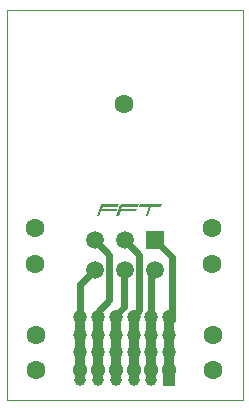
<source format=gtl>
G04 Layer_Physical_Order=1*
G04 Layer_Color=255*
%FSLAX42Y42*%
%MOMM*%
G71*
G01*
G75*
%ADD10C,1.00*%
%ADD11R,1.00X1.00*%
%ADD12C,0.60*%
%ADD13R,0.90X5.56*%
%ADD14C,0.10*%
%ADD15C,1.60*%
%ADD16R,1.50X1.50*%
%ADD17C,1.50*%
%ADD18C,1.20*%
%ADD19C,1.30*%
G36*
X946Y1634D02*
X813D01*
X806Y1614D01*
X939D01*
X932Y1593D01*
X799D01*
X785Y1552D01*
X765D01*
X796Y1644D01*
X796Y1646D01*
X797Y1647D01*
X798Y1648D01*
X799Y1649D01*
X800Y1650D01*
X800Y1651D01*
X801Y1651D01*
X801Y1651D01*
X803Y1653D01*
X804Y1653D01*
X806Y1654D01*
X807Y1654D01*
X808Y1654D01*
X809Y1655D01*
X953D01*
X946Y1634D01*
D02*
G37*
G36*
X1112D02*
X979D01*
X972Y1614D01*
X1105D01*
X1098Y1593D01*
X965D01*
X951Y1552D01*
X931D01*
X962Y1644D01*
X962Y1646D01*
X963Y1647D01*
X964Y1648D01*
X965Y1649D01*
X966Y1650D01*
X967Y1651D01*
X967Y1651D01*
X967Y1651D01*
X969Y1653D01*
X970Y1653D01*
X972Y1654D01*
X973Y1654D01*
X974Y1654D01*
X975Y1655D01*
X1119D01*
X1112Y1634D01*
D02*
G37*
G36*
X1308D02*
X1227D01*
X1199Y1552D01*
X1178D01*
X1206Y1634D01*
X1124D01*
X1131Y1655D01*
X1315D01*
X1308Y1634D01*
D02*
G37*
D10*
X1075Y170D02*
D03*
X925Y170D02*
D03*
X775Y170D02*
D03*
X625Y170D02*
D03*
X1225Y170D02*
D03*
D11*
X1375D02*
D03*
D12*
X775Y745D02*
X870Y840D01*
Y989D01*
X871Y990D01*
Y1225D01*
X775Y700D02*
Y745D01*
X1125Y756D02*
Y1225D01*
X1075Y706D02*
X1125Y756D01*
X1075Y550D02*
Y700D01*
Y706D01*
Y450D02*
Y550D01*
X625D02*
X625Y470D01*
X925Y715D02*
X996Y786D01*
X625Y400D02*
Y450D01*
X746Y1350D02*
X871Y1225D01*
X1000Y1350D02*
X1125Y1225D01*
X1225Y1067D02*
X1254Y1096D01*
Y1350D02*
X1400Y1204D01*
X625Y400D02*
Y470D01*
X775Y400D02*
Y550D01*
Y700D01*
X1375D02*
X1379Y704D01*
X625Y975D02*
X746Y1096D01*
X1225Y700D02*
Y1067D01*
X625Y550D02*
Y975D01*
X925Y450D02*
Y715D01*
X996Y786D02*
Y1096D01*
X1225Y450D02*
Y700D01*
X1400Y670D02*
Y1204D01*
D13*
X625Y428D02*
D03*
X775D02*
D03*
X925D02*
D03*
X1075D02*
D03*
X1225D02*
D03*
X1375D02*
D03*
D14*
X0Y0D02*
Y3300D01*
X2000D01*
Y0D02*
Y3300D01*
X0Y0D02*
X2000D01*
D15*
X1740Y1150D02*
D03*
X240D02*
D03*
X1750Y550D02*
D03*
X250D02*
D03*
Y250D02*
D03*
X1750D02*
D03*
X1740Y1450D02*
D03*
X240D02*
D03*
X996Y2500D02*
D03*
D16*
X1254Y1350D02*
D03*
D17*
X1000D02*
D03*
X746D02*
D03*
X1000Y1096D02*
D03*
X746D02*
D03*
X1254D02*
D03*
D18*
X775Y400D02*
D03*
X1075D02*
D03*
X1225D02*
D03*
X925D02*
D03*
Y550D02*
D03*
X1225D02*
D03*
X1075D02*
D03*
X625D02*
D03*
Y700D02*
D03*
X775D02*
D03*
X1075D02*
D03*
X1225D02*
D03*
X925D02*
D03*
X625Y400D02*
D03*
X775Y550D02*
D03*
X1375Y700D02*
D03*
Y550D02*
D03*
Y400D02*
D03*
D19*
X925Y250D02*
D03*
X1375D02*
D03*
X1225D02*
D03*
X1075D02*
D03*
X775D02*
D03*
X625D02*
D03*
M02*

</source>
